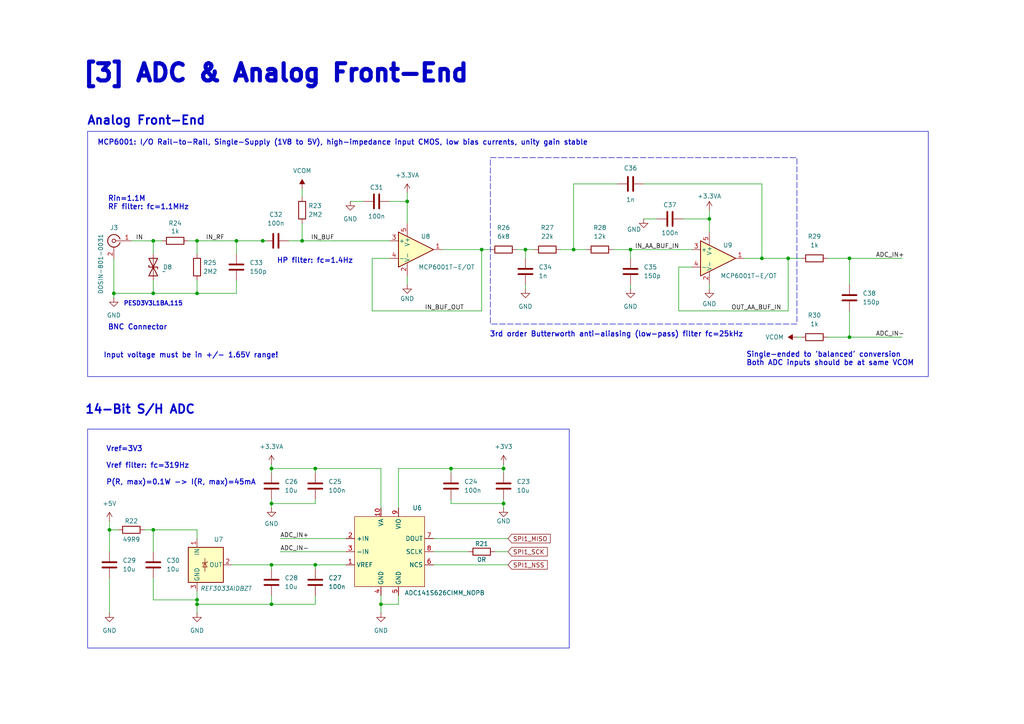
<source format=kicad_sch>
(kicad_sch (version 20231120) (generator "eeschema") (generator_version "8.0")
  (paper "A4")
  (title_block (title "Analog-Digital-Converter") (date "2025-02-11") (rev "0.1") (company "Le Quoc Dung"))
  (lib_symbols
    (symbol "Amplifier_Operational:MCP6001-OT" (pin_names (offset 0.127))
      (property "Reference" "U" (at -1.27 6.35 0))
      (property "Value" "MCP6001-OT" (at -1.27 3.81 0))
      (symbol "MCP6001-OT_0_1"
        (polyline (pts (xy -5.08 5.08) (xy 5.08 0) (xy -5.08 -5.08) (xy -5.08 5.08)) (stroke (width 0.254)) (fill (type background)))
        (pin power_in line (at -2.54 -7.62 90) (length 3.81) (name "V-") (number "2"))
        (pin power_in line (at -2.54 7.62 270) (length 3.81) (name "V+") (number "5"))
      )
      (symbol "MCP6001-OT_1_1"
        (pin output line (at 7.62 0 180) (length 2.54) (name "~") (number "1"))
        (pin input line (at -7.62 2.54 0) (length 2.54) (name "+") (number "3"))
        (pin input line (at -7.62 -2.54 0) (length 2.54) (name "-") (number "4"))
      )
    )
    (symbol "Analog_ADC:ADC141S626"
      (property "Reference" "U6" (at 6.604 12.7 0))
      (property "Value" "ADC141S626" (at 5.842 -11.938 0))
      (symbol "ADC141S626_0_0"
        (pin input line (at -12.7 -3.81 0) (length 2.54) (name "VREF") (number "1"))
        (pin power_out line (at -2.54 12.7 270) (length 2.54) (name "VA") (number "10"))
        (pin input line (at -12.7 3.81 0) (length 2.54) (name "+IN") (number "2"))
        (pin input line (at -12.7 0 0) (length 2.54) (name "-IN") (number "3"))
        (pin power_in line (at -2.54 -12.7 90) (length 2.54) (name "GND") (number "4"))
        (pin power_in line (at 2.54 -12.7 90) (length 2.54) (name "GND") (number "5"))
        (pin input line (at 12.7 -3.81 180) (length 2.54) (name "NCS") (number "6"))
        (pin output line (at 12.7 3.81 180) (length 2.54) (name "DOUT") (number "7"))
        (pin input line (at 12.7 0 180) (length 2.54) (name "SCLK") (number "8"))
        (pin power_out line (at 2.54 12.7 270) (length 2.54) (name "VIO") (number "9"))
      )
      (symbol "ADC141S626_1_1"
        (rectangle (start -10.16 10.16) (end 10.16 -10.16) (fill (type background)))
      )
    )
    (symbol "CMF3216F-900-2P-T:D_TVS" (pin_numbers hide) (pin_names (offset 1.016) hide)
      (property "Reference" "D" (at 0 2.54 0))
      (property "Value" "D_TVS" (at 0 -2.54 0))
      (symbol "D_TVS_0_1"
        (polyline (pts (xy 1.27 0) (xy -1.27 0)))
        (polyline (pts (xy 0.508 1.27) (xy 0 1.27) (xy 0 -1.27) (xy -0.508 -1.27)) (stroke (width 0.254)))
        (polyline (pts (xy -2.54 1.27) (xy -2.54 -1.27) (xy 2.54 1.27) (xy 2.54 -1.27) (xy -2.54 1.27)) (stroke (width 0.254)))
      )
      (symbol "D_TVS_1_1"
        (pin passive line (at -3.81 0 0) (length 2.54) (name "A1") (number "1"))
        (pin passive line (at 3.81 0 180) (length 2.54) (name "A2") (number "2"))
      )
    )
    (symbol "Connector:Conn_Coaxial" (pin_names (offset 1.016) hide)
      (property "Reference" "J" (at 0.254 3.048 0))
      (property "Value" "Conn_Coaxial" (at 2.921 0 90))
      (symbol "Conn_Coaxial_0_1"
        (arc (start -1.778 -0.508) (mid 0.2311 -1.8066) (end 1.778 0) (stroke (width 0.254)))
        (polyline (pts (xy -2.54 0) (xy -0.508 0)))
        (polyline (pts (xy 0 -2.54) (xy 0 -1.778)))
        (circle (center 0 0) (radius 0.508) (stroke (width 0.2032)))
        (arc (start 1.778 0) (mid 0.2099 1.8101) (end -1.778 0.508) (stroke (width 0.254)))
      )
      (symbol "Conn_Coaxial_1_1"
        (pin passive line (at -5.08 0 0) (length 2.54) (name "In") (number "1"))
        (pin passive line (at 0 -5.08 90) (length 2.54) (name "Ext") (number "2"))
      )
    )
    (symbol "Device:C" (pin_numbers hide) (pin_names (offset 0.254))
      (property "Reference" "C" (at 0.635 2.54 0))
      (property "Value" "C" (at 0.635 -2.54 0))
      (symbol "C_0_1"
        (polyline (pts (xy -2.032 -0.762) (xy 2.032 -0.762)) (stroke (width 0.508)))
        (polyline (pts (xy -2.032 0.762) (xy 2.032 0.762)) (stroke (width 0.508)))
      )
      (symbol "C_1_1"
        (pin passive line (at 0 3.81 270) (length 2.794) (name "~") (number "1"))
        (pin passive line (at 0 -3.81 90) (length 2.794) (name "~") (number "2"))
      )
    )
    (symbol "Device:R" (pin_numbers hide) (pin_names (offset 0))
      (property "Reference" "R" (at 2.032 0 90))
      (property "Value" "R" (at 0 0 90))
      (symbol "R_0_1"
        (rectangle (start -1.016 -2.54) (end 1.016 2.54) (stroke (width 0.254)))
      )
      (symbol "R_1_1"
        (pin passive line (at 0 3.81 270) (length 1.27) (name "~") (number "1"))
        (pin passive line (at 0 -3.81 90) (length 1.27) (name "~") (number "2"))
      )
    )
    (symbol "Reference_Voltage:REF3033" (pin_names (offset 0.254))
      (property "Reference" "U" (at 0 6.35 0))
      (property "Value" "REF3033" (at 2.54 -6.35 0))
      (symbol "REF3033_0_1"
        (rectangle (start -5.08 5.08) (end 5.08 -5.08) (stroke (width 0.254)) (fill (type background)))
        (polyline (pts (xy -0.254 1.905) (xy -0.254 -1.905)))
        (polyline (pts (xy -0.889 -0.635) (xy 0.381 -0.635) (xy -0.254 0.635) (xy -0.889 -0.635)))
        (polyline (pts (xy 0.381 1.016) (xy 0.381 0.635) (xy -0.889 0.635) (xy -0.889 0.254)))
      )
      (symbol "REF3033_1_1"
        (pin power_in line (at -2.54 7.62 270) (length 2.54) (name "IN") (number "1"))
        (pin power_out line (at 7.62 0 180) (length 2.54) (name "OUT") (number "2"))
        (pin power_in line (at -2.54 -7.62 90) (length 2.54) (name "GND") (number "3"))
      )
    )
    (symbol "power:+3.3VA" (power) (pin_numbers hide) (pin_names (offset 0) hide)
      (property "Value" "+3.3VA" (at 0 3.556 0))
      (symbol "+3.3VA_0_1"
        (polyline (pts (xy -0.762 1.27) (xy 0 2.54)))
        (polyline (pts (xy 0 0) (xy 0 2.54)))
        (polyline (pts (xy 0 2.54) (xy 0.762 1.27)))
      )
      (symbol "+3.3VA_1_1"
        (pin power_in line (at 0 0 90) (length 0) (name "~") (number "1"))
      )
    )
    (symbol "power:+3V3" (power) (pin_numbers hide) (pin_names (offset 0) hide)
      (property "Value" "+3V3" (at 0 3.556 0))
      (symbol "+3V3_0_1"
        (polyline (pts (xy -0.762 1.27) (xy 0 2.54)))
        (polyline (pts (xy 0 0) (xy 0 2.54)))
        (polyline (pts (xy 0 2.54) (xy 0.762 1.27)))
      )
      (symbol "+3V3_1_1"
        (pin power_in line (at 0 0 90) (length 0) (name "~") (number "1"))
      )
    )
    (symbol "power:+5V" (power) (pin_numbers hide) (pin_names (offset 0) hide)
      (property "Value" "+5V" (at 0 3.556 0))
      (symbol "+5V_0_1"
        (polyline (pts (xy -0.762 1.27) (xy 0 2.54)))
        (polyline (pts (xy 0 0) (xy 0 2.54)))
        (polyline (pts (xy 0 2.54) (xy 0.762 1.27)))
      )
      (symbol "+5V_1_1"
        (pin power_in line (at 0 0 90) (length 0) (name "~") (number "1"))
      )
    )
    (symbol "power:GND" (power) (pin_numbers hide) (pin_names (offset 0) hide)
      (property "Value" "GND" (at 0 -3.81 0))
      (symbol "GND_0_1"
        (polyline (pts (xy 0 0) (xy 0 -1.27) (xy 1.27 -1.27) (xy 0 -2.54) (xy -1.27 -1.27) (xy 0 -1.27)))
      )
      (symbol "GND_1_1"
        (pin power_in line (at 0 0 270) (length 0) (name "~") (number "1"))
      )
    )
    (symbol "power:VCOM" (power) (pin_numbers hide) (pin_names (offset 0) hide)
      (property "Value" "VCOM" (at 0 3.556 0))
      (symbol "VCOM_0_1"
        (polyline (pts (xy 0 0) (xy 0 2.54)))
        (polyline (pts (xy 0.762 1.27) (xy -0.762 1.27) (xy 0 2.54) (xy 0.762 1.27)) (fill (type outline)))
      )
      (symbol "VCOM_1_1"
        (pin power_in line (at 0 0 90) (length 0) (name "~") (number "1"))
      )
    )
  )
  (junction (at 57.15 85.09))
  (junction (at 228.6 74.93))
  (junction (at 146.05 135.89))
  (junction (at 57.15 175.26))
  (junction (at 220.98 74.93))
  (junction (at 78.74 135.89))
  (junction (at 44.45 69.85))
  (junction (at 130.81 135.89))
  (junction (at 118.11 58.42))
  (junction (at 78.74 175.26))
  (junction (at 57.15 69.85))
  (junction (at 246.38 74.93))
  (junction (at 76.2 69.85))
  (junction (at 68.58 69.85))
  (junction (at 91.44 135.89))
  (junction (at 110.49 175.26))
  (junction (at 78.74 146.05))
  (junction (at 139.7 72.39))
  (junction (at 87.63 69.85))
  (junction (at 33.02 85.09))
  (junction (at 182.88 72.39))
  (junction (at 78.74 163.83))
  (junction (at 57.15 173.99))
  (junction (at 44.45 153.67))
  (junction (at 31.75 153.67))
  (junction (at 44.45 85.09))
  (junction (at 205.74 63.5))
  (junction (at 166.37 72.39))
  (junction (at 91.44 163.83))
  (junction (at 146.05 146.05))
  (junction (at 246.38 97.79))
  (junction (at 152.4 72.39))
  (wire (pts (xy 228.6 74.93) (xy 232.41 74.93)))
  (wire (pts (xy 87.63 54.61) (xy 87.63 57.15)))
  (wire (pts (xy 118.11 58.42) (xy 118.11 64.77)))
  (wire (pts (xy 143.51 160.02) (xy 147.32 160.02)))
  (wire (pts (xy 130.81 137.16) (xy 130.81 135.89)))
  (wire (pts (xy 246.38 74.93) (xy 261.62 74.93)))
  (wire (pts (xy 68.58 69.85) (xy 76.2 69.85)))
  (wire (pts (xy 139.7 90.17) (xy 107.95 90.17)))
  (wire (pts (xy 130.81 135.89) (xy 146.05 135.89)))
  (wire (pts (xy 152.4 82.55) (xy 152.4 83.82)))
  (wire (pts (xy 113.03 58.42) (xy 118.11 58.42)))
  (wire (pts (xy 101.6 58.42) (xy 105.41 58.42)))
  (wire (pts (xy 57.15 173.99) (xy 57.15 175.26)))
  (wire (pts (xy 33.02 85.09) (xy 44.45 85.09)))
  (wire (pts (xy 246.38 90.17) (xy 246.38 97.79)))
  (wire (pts (xy 33.02 74.93) (xy 33.02 85.09)))
  (wire (pts (xy 205.74 63.5) (xy 205.74 67.31)))
  (wire (pts (xy 128.27 72.39) (xy 139.7 72.39)))
  (wire (pts (xy 118.11 55.88) (xy 118.11 58.42)))
  (wire (pts (xy 110.49 147.32) (xy 110.49 135.89)))
  (wire (pts (xy 186.69 53.34) (xy 220.98 53.34)))
  (wire (pts (xy 68.58 69.85) (xy 68.58 73.66)))
  (wire (pts (xy 246.38 82.55) (xy 246.38 74.93)))
  (wire (pts (xy 110.49 172.72) (xy 110.49 175.26)))
  (wire (pts (xy 231.14 97.79) (xy 232.41 97.79)))
  (wire (pts (xy 91.44 172.72) (xy 91.44 175.26)))
  (wire (pts (xy 57.15 175.26) (xy 57.15 177.8)))
  (wire (pts (xy 77.47 69.85) (xy 76.2 69.85)))
  (wire (pts (xy 196.85 90.17) (xy 196.85 77.47)))
  (wire (pts (xy 149.86 72.39) (xy 152.4 72.39)))
  (wire (pts (xy 166.37 72.39) (xy 170.18 72.39)))
  (wire (pts (xy 81.28 160.02) (xy 100.33 160.02)))
  (wire (pts (xy 125.73 163.83) (xy 147.32 163.83)))
  (wire (pts (xy 68.58 81.28) (xy 68.58 85.09)))
  (wire (pts (xy 110.49 175.26) (xy 115.57 175.26)))
  (wire (pts (xy 67.31 163.83) (xy 78.74 163.83)))
  (wire (pts (xy 87.63 64.77) (xy 87.63 69.85)))
  (wire (pts (xy 196.85 77.47) (xy 200.66 77.47)))
  (wire (pts (xy 182.88 72.39) (xy 182.88 74.93)))
  (wire (pts (xy 186.69 63.5) (xy 190.5 63.5)))
  (wire (pts (xy 179.07 53.34) (xy 166.37 53.34)))
  (wire (pts (xy 57.15 175.26) (xy 78.74 175.26)))
  (wire (pts (xy 78.74 172.72) (xy 78.74 175.26)))
  (wire (pts (xy 38.1 69.85) (xy 44.45 69.85)))
  (wire (pts (xy 46.99 69.85) (xy 44.45 69.85)))
  (wire (pts (xy 246.38 74.93) (xy 240.03 74.93)))
  (wire (pts (xy 182.88 82.55) (xy 182.88 83.82)))
  (wire (pts (xy 115.57 175.26) (xy 115.57 172.72)))
  (wire (pts (xy 177.8 72.39) (xy 182.88 72.39)))
  (wire (pts (xy 81.28 156.21) (xy 100.33 156.21)))
  (wire (pts (xy 146.05 144.78) (xy 146.05 146.05)))
  (wire (pts (xy 78.74 144.78) (xy 78.74 146.05)))
  (wire (pts (xy 31.75 151.13) (xy 31.75 153.67)))
  (wire (pts (xy 91.44 163.83) (xy 91.44 165.1)))
  (wire (pts (xy 41.91 153.67) (xy 44.45 153.67)))
  (wire (pts (xy 57.15 171.45) (xy 57.15 173.99)))
  (wire (pts (xy 146.05 146.05) (xy 146.05 147.32)))
  (wire (pts (xy 57.15 85.09) (xy 68.58 85.09)))
  (wire (pts (xy 246.38 97.79) (xy 240.03 97.79)))
  (wire (pts (xy 182.88 72.39) (xy 200.66 72.39)))
  (wire (pts (xy 130.81 146.05) (xy 130.81 144.78)))
  (wire (pts (xy 33.02 86.36) (xy 33.02 85.09)))
  (wire (pts (xy 91.44 144.78) (xy 91.44 146.05)))
  (wire (pts (xy 228.6 90.17) (xy 196.85 90.17)))
  (wire (pts (xy 78.74 163.83) (xy 78.74 165.1)))
  (wire (pts (xy 125.73 160.02) (xy 135.89 160.02)))
  (wire (pts (xy 228.6 74.93) (xy 228.6 90.17)))
  (wire (pts (xy 91.44 135.89) (xy 78.74 135.89)))
  (wire (pts (xy 87.63 69.85) (xy 113.03 69.85)))
  (wire (pts (xy 57.15 69.85) (xy 68.58 69.85)))
  (wire (pts (xy 166.37 53.34) (xy 166.37 72.39)))
  (wire (pts (xy 152.4 72.39) (xy 154.94 72.39)))
  (wire (pts (xy 44.45 153.67) (xy 44.45 160.02)))
  (wire (pts (xy 78.74 135.89) (xy 78.74 137.16)))
  (wire (pts (xy 44.45 167.64) (xy 44.45 173.99)))
  (wire (pts (xy 57.15 153.67) (xy 57.15 156.21)))
  (wire (pts (xy 57.15 85.09) (xy 44.45 85.09)))
  (wire (pts (xy 107.95 74.93) (xy 113.03 74.93)))
  (wire (pts (xy 146.05 137.16) (xy 146.05 135.89)))
  (wire (pts (xy 146.05 146.05) (xy 130.81 146.05)))
  (wire (pts (xy 146.05 134.62) (xy 146.05 135.89)))
  (wire (pts (xy 78.74 146.05) (xy 78.74 147.32)))
  (wire (pts (xy 44.45 85.09) (xy 44.45 81.28)))
  (wire (pts (xy 57.15 69.85) (xy 57.15 73.66)))
  (wire (pts (xy 152.4 72.39) (xy 152.4 74.93)))
  (wire (pts (xy 220.98 74.93) (xy 228.6 74.93)))
  (wire (pts (xy 83.82 69.85) (xy 87.63 69.85)))
  (wire (pts (xy 78.74 134.62) (xy 78.74 135.89)))
  (wire (pts (xy 205.74 82.55) (xy 205.74 83.82)))
  (wire (pts (xy 107.95 90.17) (xy 107.95 74.93)))
  (wire (pts (xy 91.44 163.83) (xy 100.33 163.83)))
  (wire (pts (xy 139.7 72.39) (xy 142.24 72.39)))
  (wire (pts (xy 198.12 63.5) (xy 205.74 63.5)))
  (wire (pts (xy 115.57 147.32) (xy 115.57 135.89)))
  (wire (pts (xy 139.7 72.39) (xy 139.7 90.17)))
  (wire (pts (xy 125.73 156.21) (xy 147.32 156.21)))
  (wire (pts (xy 54.61 69.85) (xy 57.15 69.85)))
  (wire (pts (xy 246.38 97.79) (xy 261.62 97.79)))
  (wire (pts (xy 110.49 135.89) (xy 91.44 135.89)))
  (wire (pts (xy 118.11 80.01) (xy 118.11 82.55)))
  (wire (pts (xy 78.74 163.83) (xy 91.44 163.83)))
  (wire (pts (xy 220.98 53.34) (xy 220.98 74.93)))
  (wire (pts (xy 162.56 72.39) (xy 166.37 72.39)))
  (wire (pts (xy 31.75 153.67) (xy 31.75 160.02)))
  (wire (pts (xy 115.57 135.89) (xy 130.81 135.89)))
  (wire (pts (xy 205.74 60.96) (xy 205.74 63.5)))
  (wire (pts (xy 44.45 173.99) (xy 57.15 173.99)))
  (wire (pts (xy 44.45 69.85) (xy 44.45 73.66)))
  (wire (pts (xy 91.44 146.05) (xy 78.74 146.05)))
  (wire (pts (xy 34.29 153.67) (xy 31.75 153.67)))
  (wire (pts (xy 78.74 175.26) (xy 91.44 175.26)))
  (wire (pts (xy 215.9 74.93) (xy 220.98 74.93)))
  (wire (pts (xy 110.49 175.26) (xy 110.49 177.8)))
  (wire (pts (xy 57.15 81.28) (xy 57.15 85.09)))
  (wire (pts (xy 31.75 167.64) (xy 31.75 177.8)))
  (wire (pts (xy 91.44 137.16) (xy 91.44 135.89)))
  (wire (pts (xy 44.45 153.67) (xy 57.15 153.67)))
  (rectangle (start 25.4 38.1) (end 269.24 109.22))
  (rectangle (start 142.24 45.72) (end 231.14 93.98) (stroke (width 0) (type dash)))
  (rectangle (start 25.4 124.46) (end 165.1 187.96))
  (text "Analog Front-End\n" (at 42.418 35.052 0) (effects (font (size 2.5 2.5) (thickness 0.5) (bold yes))))
  (text "Input voltage must be in +/- 1.65V range!" (at 29.972 103.124 0) (effects (font (size 1.5 1.5) (thickness 0.254) (bold yes)) (justify left)))
  (text "14-Bit S/H ADC" (at 40.64 118.872 0) (effects (font (size 2.5 2.5) (thickness 0.5) (bold yes))))
  (text "PESD3V3L1BA,115\n" (at 44.45 88.138 0) (effects (font (size 1.25 1.25) (thickness 0.254) (bold yes))))
  (text "BNC Connector\n" (at 31.242 94.996 0) (effects (font (size 1.5 1.5) (thickness 0.254) (bold yes)) (justify left)))
  (text "Rin=1.1M\nRF filter: fc=1.1MHz" (at 31.242 58.928 0) (effects (font (size 1.5 1.5) (thickness 0.254) (bold yes)) (justify left)))
  (text "Vref=3V3\n\nVref filter: fc=319Hz\n\nP(R, max)=0.1W -> I(R, max)=45mA" (at 30.734 135.128 0) (effects (font (size 1.5 1.5) (thickness 0.254) (bold yes)) (justify left)))
  (text "3rd order Butterworth anti-aliasing (low-pass) filter fc=25kHz" (at 141.986 97.028 0) (effects (font (size 1.5 1.5) (thickness 0.254) (bold yes)) (justify left)))
  (text "Single-ended to 'balanced' conversion\nBoth ADC inputs should be at same VCOM\n" (at 216.408 104.14 0) (effects (font (size 1.5 1.5) (thickness 0.254) (bold yes)) (justify left)))
  (text "[3] ADC & Analog Front-End" (at 80.01 21.336 0) (effects (font (size 5 5) (thickness 1.2) (bold yes))))
  (text "MCP6001: I/O Rail-to-Rail, Single-Supply (1V8 to 5V), high-impedance input CMOS, low bias currents, unity gain stable" (at 28.194 41.402 0) (effects (font (size 1.5 1.5) (thickness 0.254) (bold yes)) (justify left)))
  (text "HP filter: fc=1.4Hz" (at 80.264 75.692 0) (effects (font (size 1.5 1.5) (thickness 0.254) (bold yes)) (justify left)))
  (label "OUT_AA_BUF_IN" (at 212.09 90.17 0))
  (label "IN" (at 39.37 69.85 0))
  (label "IN_RF" (at 59.69 69.85 0))
  (label "IN_BUF_OUT" (at 123.19 90.17 0))
  (label "ADC_IN+" (at 254 74.93 0))
  (label "ADC_IN-" (at 254 97.79 0))
  (label "IN_AA_BUF_IN" (at 184.15 72.39 0))
  (label "IN_BUF" (at 90.17 69.85 0))
  (label "ADC_IN+" (at 81.28 156.21 0))
  (label "ADC_IN-" (at 81.28 160.02 0))
  (global_label "SPI1_SCK" (shape input) (at 147.32 160.02 0) (property "Intersheetrefs" "${INTERSHEET_REFS}" (effects (hide yes))))
  (global_label "SPI1_NSS" (shape input) (at 147.32 163.83 0) (property "Intersheetrefs" "${INTERSHEET_REFS}" (effects (hide yes))))
  (global_label "SPI1_MISO" (shape input) (at 147.32 156.21 0) (property "Intersheetrefs" "${INTERSHEET_REFS}" (effects (hide yes))))
  (symbol (lib_id "Device:R") (at 146.05 72.39 90) (unit 1)
    (property "Reference" "R26" (at 146.05 66.04 90))
    (property "Value" "6k8" (at 146.05 68.58 90))
    (property "Description" "Resistor" (effects (hide yes)))
  )
  (symbol (lib_id "Device:C") (at 109.22 58.42 90) (unit 1)
    (property "Reference" "C31" (at 109.22 54.356 90))
    (property "Value" "100n" (at 109.22 62.738 90))
    (property "Description" "Unpolarized capacitor" (effects (hide yes)))
  )
  (symbol (lib_id "power:GND") (at 205.74 83.82 0) (unit 1)
    (property "Reference" "#PWR056" (effects (hide yes)))
    (property "Value" "GND" (at 205.74 88.138 0))
    (property "Description" "Power symbol creates a global label with name \"GND\" , ground" (effects (hide yes)))
  )
  (symbol (lib_id "Device:C") (at 68.58 77.47 0) (unit 1)
    (property "Reference" "C33" (at 72.39 76.1999 0) (effects (justify left)))
    (property "Value" "150p" (at 72.39 78.7399 0) (effects (justify left)))
    (property "Description" "Unpolarized capacitor" (effects (hide yes)))
  )
  (symbol (lib_id "Device:R") (at 50.8 69.85 90) (unit 1)
    (property "Reference" "R24" (at 50.8 64.77 90))
    (property "Value" "1k" (at 50.8 67.056 90))
    (property "Description" "Resistor" (effects (hide yes)))
  )
  (symbol (lib_id "Reference_Voltage:REF3033") (at 59.69 163.83 0) (unit 1)
    (property "Reference" "U7" (at 64.77 156.464 0) (effects (justify right)))
    (property "Value" "REF3033AIDBZT" (at 72.898 170.688 0) (effects (font (italic yes)) (justify right)))
    (property "Footprint" "Package_TO_SOT_SMD:SOT-23" (effects (hide yes)))
    (property "Datasheet" "http://www.ti.com/lit/ds/symlink/ref3033.pdf" (effects (hide yes)))
    (property "Description" "3.3V 50-ppm/°C Max, 50-μA, CMOS Voltage Reference, SOT-23-3" (effects (hide yes)))
  )
  (symbol (lib_id "power:VCOM") (at 87.63 54.61 0) (unit 1)
    (property "Reference" "#PWR051" (effects (hide yes)))
    (property "Value" "VCOM" (at 87.63 49.53 0))
    (property "Description" "Power symbol creates a global label with name \"VCOM\"" (effects (hide yes)))
  )
  (symbol (lib_id "Device:C") (at 194.31 63.5 90) (unit 1)
    (property "Reference" "C37" (at 194.31 59.436 90))
    (property "Value" "100n" (at 194.31 67.564 90))
    (property "Description" "Unpolarized capacitor" (effects (hide yes)))
  )
  (symbol (lib_id "Device:C") (at 78.74 168.91 0) (unit 1)
    (property "Reference" "C28" (at 82.55 167.6399 0) (effects (justify left)))
    (property "Value" "10u" (at 82.55 170.1799 0) (effects (justify left)))
    (property "Description" "Unpolarized capacitor" (effects (hide yes)))
  )
  (symbol (lib_id "Device:C") (at 78.74 140.97 0) (unit 1)
    (property "Reference" "C26" (at 82.55 139.6999 0) (effects (justify left)))
    (property "Value" "10u" (at 82.55 142.2399 0) (effects (justify left)))
    (property "Description" "Unpolarized capacitor" (effects (hide yes)))
  )
  (symbol (lib_id "Device:C") (at 80.01 69.85 90) (unit 1)
    (property "Reference" "C32" (at 80.01 62.23 90))
    (property "Value" "100n" (at 80.01 64.77 90))
    (property "Description" "Unpolarized capacitor" (effects (hide yes)))
  )
  (symbol (lib_id "power:GND") (at 186.69 63.5 0) (unit 1)
    (property "Reference" "#PWR057" (effects (hide yes)))
    (property "Value" "GND" (at 183.896 66.548 0))
    (property "Description" "Power symbol creates a global label with name \"GND\" , ground" (effects (hide yes)))
  )
  (symbol (lib_id "power:GND") (at 57.15 177.8 0) (unit 1)
    (property "Reference" "#PWR046" (effects (hide yes)))
    (property "Value" "GND" (at 57.15 182.88 0))
    (property "Description" "Power symbol creates a global label with name \"GND\" , ground" (effects (hide yes)))
  )
  (symbol (lib_id "Device:R") (at 236.22 97.79 90) (unit 1)
    (property "Reference" "R30" (at 236.22 91.44 90))
    (property "Value" "1k" (at 236.22 93.98 90))
    (property "Description" "Resistor" (effects (hide yes)))
  )
  (symbol (lib_id "power:GND") (at 152.4 83.82 0) (unit 1)
    (property "Reference" "#PWR053" (effects (hide yes)))
    (property "Value" "GND" (at 152.4 88.9 0))
    (property "Description" "Power symbol creates a global label with name \"GND\" , ground" (effects (hide yes)))
  )
  (symbol (lib_id "Device:C") (at 152.4 78.74 0) (unit 1)
    (property "Reference" "C34" (at 156.21 77.4699 0) (effects (justify left)))
    (property "Value" "1n" (at 156.21 80.0099 0) (effects (justify left)))
    (property "Description" "Unpolarized capacitor" (effects (hide yes)))
  )
  (symbol (lib_id "power:GND") (at 31.75 177.8 0) (unit 1)
    (property "Reference" "#PWR047" (effects (hide yes)))
    (property "Value" "GND" (at 31.75 182.88 0))
    (property "Description" "Power symbol creates a global label with name \"GND\" , ground" (effects (hide yes)))
  )
  (symbol (lib_id "power:+3.3VA") (at 78.74 134.62 0) (unit 1)
    (property "Reference" "#PWR044" (effects (hide yes)))
    (property "Value" "+3.3VA" (at 78.74 129.54 0))
    (property "Description" "Power symbol creates a global label with name \"+3.3VA\"" (effects (hide yes)))
  )
  (symbol (lib_id "Device:R") (at 139.7 160.02 90) (unit 1)
    (property "Reference" "R21" (at 139.7 157.734 90))
    (property "Value" "0R" (at 139.7 162.306 90))
    (property "Description" "Resistor" (effects (hide yes)))
  )
  (symbol (lib_id "Connector:Conn_Coaxial") (at 33.02 69.85 0) (mirror y) (unit 1)
    (property "Reference" "J3" (at 34.29 66.04 0) (effects (justify left)))
    (property "Value" "DOSIN-801-0031" (at 29.21 85.344 90) (effects (justify left)))
    (property "Description" "coaxial connector (BNC, SMA, SMB, SMC, Cinch/RCA, LEMO, ...)" (effects (hide yes)))
  )
  (symbol (lib_id "power:+3V3") (at 146.05 134.62 0) (unit 1)
    (property "Reference" "#PWR043" (effects (hide yes)))
    (property "Value" "+3V3" (at 146.05 129.54 0))
    (property "Description" "Power symbol creates a global label with name \"+3V3\"" (effects (hide yes)))
  )
  (symbol (lib_id "power:VCOM") (at 231.14 97.79 90) (unit 1)
    (property "Reference" "#PWR059" (effects (hide yes)))
    (property "Value" "VCOM" (at 227.33 97.7899 90) (effects (justify left)))
    (property "Description" "Power symbol creates a global label with name \"VCOM\"" (effects (hide yes)))
  )
  (symbol (lib_id "Device:C") (at 146.05 140.97 0) (unit 1)
    (property "Reference" "C23" (at 149.86 139.6999 0) (effects (justify left)))
    (property "Value" "10u" (at 149.86 142.2399 0) (effects (justify left)))
    (property "Description" "Unpolarized capacitor" (effects (hide yes)))
  )
  (symbol (lib_id "Amplifier_Operational:MCP6001-OT") (at 208.28 74.93 0) (unit 1)
    (property "Reference" "U9" (at 211.074 71.12 0))
    (property "Value" "MCP6001T-E/OT" (at 217.17 80.01 0))
    (property "Footprint" "Package_TO_SOT_SMD:SOT-23-5" (effects (hide yes)))
    (property "Datasheet" "https://ww1.microchip.com/downloads/en/DeviceDoc/MCP6001-1R-1U-2-4-1-MHz-Low-Power-Op-Amp-DS20001733L.pdf" (effects (hide yes)))
    (property "Description" "1MHz, Low-Power Op Amp, SOT-23-5" (effects (hide yes)))
  )
  (symbol (lib_id "Device:C") (at 91.44 168.91 0) (unit 1)
    (property "Reference" "C27" (at 95.25 167.6399 0) (effects (justify left)))
    (property "Value" "100n" (at 95.25 170.1799 0) (effects (justify left)))
    (property "Description" "Unpolarized capacitor" (effects (hide yes)))
  )
  (symbol (lib_id "Device:R") (at 38.1 153.67 90) (unit 1)
    (property "Reference" "R22" (at 38.1 151.13 90))
    (property "Value" "49R9" (at 38.1 156.464 90))
    (property "Description" "Resistor" (effects (hide yes)))
  )
  (symbol (lib_id "Device:C") (at 31.75 163.83 0) (unit 1)
    (property "Reference" "C29" (at 35.56 162.5599 0) (effects (justify left)))
    (property "Value" "10u" (at 35.56 165.0999 0) (effects (justify left)))
    (property "Description" "Unpolarized capacitor" (effects (hide yes)))
  )
  (symbol (lib_id "power:GND") (at 182.88 83.82 0) (unit 1)
    (property "Reference" "#PWR055" (effects (hide yes)))
    (property "Value" "GND" (at 182.88 88.9 0))
    (property "Description" "Power symbol creates a global label with name \"GND\" , ground" (effects (hide yes)))
  )
  (symbol (lib_id "Device:C") (at 246.38 86.36 0) (unit 1)
    (property "Reference" "C38" (at 250.19 85.0899 0) (effects (justify left)))
    (property "Value" "150p" (at 250.19 87.6299 0) (effects (justify left)))
    (property "Description" "Unpolarized capacitor" (effects (hide yes)))
  )
  (symbol (lib_id "Device:R") (at 236.22 74.93 90) (unit 1)
    (property "Reference" "R29" (at 236.22 68.58 90))
    (property "Value" "1k" (at 236.22 71.12 90))
    (property "Description" "Resistor" (effects (hide yes)))
  )
  (symbol (lib_id "power:GND") (at 118.11 82.55 0) (unit 1)
    (property "Reference" "#PWR054" (effects (hide yes)))
    (property "Value" "GND" (at 118.11 86.614 0))
    (property "Description" "Power symbol creates a global label with name \"GND\" , ground" (effects (hide yes)))
  )
  (symbol (lib_id "Device:C") (at 182.88 53.34 90) (unit 1)
    (property "Reference" "C36" (at 182.88 48.768 90))
    (property "Value" "1n" (at 182.88 57.912 90))
    (property "Description" "Unpolarized capacitor" (effects (hide yes)))
  )
  (symbol (lib_id "Device:R") (at 57.15 77.47 180) (unit 1)
    (property "Reference" "R25" (at 58.928 76.2 0) (effects (justify right)))
    (property "Value" "2M2" (at 58.928 78.74 0) (effects (justify right)))
    (property "Description" "Resistor" (effects (hide yes)))
  )
  (symbol (lib_id "power:+3.3VA") (at 118.11 55.88 0) (unit 1)
    (property "Reference" "#PWR049" (effects (hide yes)))
    (property "Value" "+3.3VA" (at 118.11 50.8 0))
    (property "Description" "Power symbol creates a global label with name \"+3.3VA\"" (effects (hide yes)))
  )
  (symbol (lib_id "power:GND") (at 78.74 147.32 0) (unit 1)
    (property "Reference" "#PWR045" (effects (hide yes)))
    (property "Value" "GND" (at 78.74 151.892 0))
    (property "Description" "Power symbol creates a global label with name \"GND\" , ground" (effects (hide yes)))
  )
  (symbol (lib_id "Device:C") (at 44.45 163.83 0) (unit 1)
    (property "Reference" "C30" (at 48.26 162.5599 0) (effects (justify left)))
    (property "Value" "10u" (at 48.26 165.0999 0) (effects (justify left)))
    (property "Description" "Unpolarized capacitor" (effects (hide yes)))
  )
  (symbol (lib_id "Device:R") (at 87.63 60.96 0) (unit 1)
    (property "Reference" "R23" (at 89.408 59.69 0) (effects (justify left)))
    (property "Value" "2M2" (at 89.408 62.23 0) (effects (justify left)))
    (property "Description" "Resistor" (effects (hide yes)))
  )
  (symbol (lib_id "Device:R") (at 158.75 72.39 90) (unit 1)
    (property "Reference" "R27" (at 158.75 66.04 90))
    (property "Value" "22k" (at 158.75 68.58 90))
    (property "Description" "Resistor" (effects (hide yes)))
  )
  (symbol (lib_id "power:GND") (at 33.02 86.36 0) (unit 1)
    (property "Reference" "#PWR052" (effects (hide yes)))
    (property "Value" "GND" (at 33.02 91.44 0))
    (property "Description" "Power symbol creates a global label with name \"GND\" , ground" (effects (hide yes)))
  )
  (symbol (lib_id "Device:R") (at 173.99 72.39 90) (unit 1)
    (property "Reference" "R28" (at 173.99 66.04 90))
    (property "Value" "12k" (at 173.99 68.58 90))
    (property "Description" "Resistor" (effects (hide yes)))
  )
  (symbol (lib_id "power:GND") (at 146.05 147.32 0) (unit 1)
    (property "Reference" "#PWR042" (effects (hide yes)))
    (property "Value" "GND" (at 146.05 151.13 0))
    (property "Description" "Power symbol creates a global label with name \"GND\" , ground" (effects (hide yes)))
  )
  (symbol (lib_id "CMF3216F-900-2P-T:D_TVS") (at 44.45 77.47 90) (unit 1)
    (property "Reference" "D8" (at 47.244 77.47 90) (effects (justify right)))
    (property "Value" "~" (at 46.99 78.74 90) (effects (justify right)))
    (property "Description" "Bidirectional transient-voltage-suppression diode" (effects (hide yes)))
  )
  (symbol (lib_id "Device:C") (at 130.81 140.97 0) (unit 1)
    (property "Reference" "C24" (at 134.62 139.6999 0) (effects (justify left)))
    (property "Value" "100n" (at 134.62 142.2399 0) (effects (justify left)))
    (property "Description" "Unpolarized capacitor" (effects (hide yes)))
  )
  (symbol (lib_id "Analog_ADC:ADC141S626") (at 113.03 160.02 0) (unit 1)
    (property "Reference" "U6" (at 119.634 147.32 0) (effects (justify left)))
    (property "Value" "ADC141S626CIMM_NOPB" (at 117.348 171.958 0) (effects (justify left)))
  )
  (symbol (lib_id "power:+5V") (at 31.75 151.13 0) (unit 1)
    (property "Reference" "#PWR048" (effects (hide yes)))
    (property "Value" "+5V" (at 31.75 146.05 0))
    (property "Description" "Power symbol creates a global label with name \"+5V\"" (effects (hide yes)))
  )
  (symbol (lib_id "Amplifier_Operational:MCP6001-OT") (at 120.65 72.39 0) (unit 1)
    (property "Reference" "U8" (at 123.444 68.58 0))
    (property "Value" "MCP6001T-E/OT" (at 129.54 77.47 0))
    (property "Footprint" "Package_TO_SOT_SMD:SOT-23-5" (effects (hide yes)))
    (property "Datasheet" "https://ww1.microchip.com/downloads/en/DeviceDoc/MCP6001-1R-1U-2-4-1-MHz-Low-Power-Op-Amp-DS20001733L.pdf" (effects (hide yes)))
    (property "Description" "1MHz, Low-Power Op Amp, SOT-23-5" (effects (hide yes)))
  )
  (symbol (lib_id "Device:C") (at 91.44 140.97 0) (unit 1)
    (property "Reference" "C25" (at 95.25 139.6999 0) (effects (justify left)))
    (property "Value" "100n" (at 95.25 142.2399 0) (effects (justify left)))
    (property "Description" "Unpolarized capacitor" (effects (hide yes)))
  )
  (symbol (lib_id "Device:C") (at 182.88 78.74 0) (unit 1)
    (property "Reference" "C35" (at 186.69 77.4699 0) (effects (justify left)))
    (property "Value" "150p" (at 186.69 80.0099 0) (effects (justify left)))
    (property "Description" "Unpolarized capacitor" (effects (hide yes)))
  )
  (symbol (lib_id "power:GND") (at 101.6 58.42 0) (unit 1)
    (property "Reference" "#PWR050" (effects (hide yes)))
    (property "Value" "GND" (at 101.6 63.5 0))
    (property "Description" "Power symbol creates a global label with name \"GND\" , ground" (effects (hide yes)))
  )
  (symbol (lib_id "power:+3.3VA") (at 205.74 60.96 0) (unit 1)
    (property "Reference" "#PWR058" (effects (hide yes)))
    (property "Value" "+3.3VA" (at 205.74 56.896 0))
    (property "Description" "Power symbol creates a global label with name \"+3.3VA\"" (effects (hide yes)))
  )
  (symbol (lib_id "power:GND") (at 110.49 177.8 0) (unit 1)
    (property "Reference" "#PWR041" (effects (hide yes)))
    (property "Value" "GND" (at 110.49 182.88 0))
    (property "Description" "Power symbol creates a global label with name \"GND\" , ground" (effects (hide yes)))
  )
)
</source>
